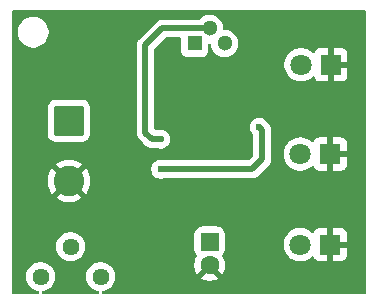
<source format=gbr>
%TF.GenerationSoftware,KiCad,Pcbnew,9.0.6*%
%TF.CreationDate,2025-11-19T16:31:39+08:00*%
%TF.ProjectId,LED-Dimmer,4c45442d-4469-46d6-9d65-722e6b696361,rev?*%
%TF.SameCoordinates,Original*%
%TF.FileFunction,Copper,L2,Bot*%
%TF.FilePolarity,Positive*%
%FSLAX46Y46*%
G04 Gerber Fmt 4.6, Leading zero omitted, Abs format (unit mm)*
G04 Created by KiCad (PCBNEW 9.0.6) date 2025-11-19 16:31:39*
%MOMM*%
%LPD*%
G01*
G04 APERTURE LIST*
G04 Aperture macros list*
%AMRoundRect*
0 Rectangle with rounded corners*
0 $1 Rounding radius*
0 $2 $3 $4 $5 $6 $7 $8 $9 X,Y pos of 4 corners*
0 Add a 4 corners polygon primitive as box body*
4,1,4,$2,$3,$4,$5,$6,$7,$8,$9,$2,$3,0*
0 Add four circle primitives for the rounded corners*
1,1,$1+$1,$2,$3*
1,1,$1+$1,$4,$5*
1,1,$1+$1,$6,$7*
1,1,$1+$1,$8,$9*
0 Add four rect primitives between the rounded corners*
20,1,$1+$1,$2,$3,$4,$5,0*
20,1,$1+$1,$4,$5,$6,$7,0*
20,1,$1+$1,$6,$7,$8,$9,0*
20,1,$1+$1,$8,$9,$2,$3,0*%
G04 Aperture macros list end*
%TA.AperFunction,ComponentPad*%
%ADD10R,1.800000X1.800000*%
%TD*%
%TA.AperFunction,ComponentPad*%
%ADD11C,1.800000*%
%TD*%
%TA.AperFunction,ComponentPad*%
%ADD12C,1.440000*%
%TD*%
%TA.AperFunction,ComponentPad*%
%ADD13RoundRect,0.250000X-1.050000X1.050000X-1.050000X-1.050000X1.050000X-1.050000X1.050000X1.050000X0*%
%TD*%
%TA.AperFunction,ComponentPad*%
%ADD14C,2.600000*%
%TD*%
%TA.AperFunction,ComponentPad*%
%ADD15R,1.300000X1.300000*%
%TD*%
%TA.AperFunction,ComponentPad*%
%ADD16C,1.300000*%
%TD*%
%TA.AperFunction,ComponentPad*%
%ADD17RoundRect,0.250000X-0.550000X0.550000X-0.550000X-0.550000X0.550000X-0.550000X0.550000X0.550000X0*%
%TD*%
%TA.AperFunction,ComponentPad*%
%ADD18C,1.600000*%
%TD*%
%TA.AperFunction,ViaPad*%
%ADD19C,0.600000*%
%TD*%
%TA.AperFunction,Conductor*%
%ADD20C,0.500000*%
%TD*%
G04 APERTURE END LIST*
D10*
%TO.P,D1,1,K*%
%TO.N,GND*%
X247500000Y-77050000D03*
D11*
%TO.P,D1,2,A*%
%TO.N,Net-(D1-A)*%
X244960000Y-77050000D03*
%TD*%
D10*
%TO.P,D3,1,K*%
%TO.N,GND*%
X247450000Y-92280000D03*
D11*
%TO.P,D3,2,A*%
%TO.N,Net-(D1-A)*%
X244910000Y-92280000D03*
%TD*%
D12*
%TO.P,RV1,1,1*%
%TO.N,Net-(U1-Q)*%
X222920000Y-95000000D03*
%TO.P,RV1,2,2*%
%TO.N,/TR*%
X225460000Y-92460000D03*
%TO.P,RV1,3,3*%
X228000000Y-95000000D03*
%TD*%
D13*
%TO.P,BT1,1,+*%
%TO.N,+9V*%
X225327500Y-81800000D03*
D14*
%TO.P,BT1,2,-*%
%TO.N,GND*%
X225327500Y-86880000D03*
%TD*%
D10*
%TO.P,D2,1,K*%
%TO.N,GND*%
X247450000Y-84610000D03*
D11*
%TO.P,D2,2,A*%
%TO.N,Net-(D1-A)*%
X244910000Y-84610000D03*
%TD*%
D15*
%TO.P,Q1,1,C*%
%TO.N,+9V*%
X235960000Y-75250000D03*
D16*
%TO.P,Q1,2,B*%
%TO.N,/TR*%
X237230000Y-73980000D03*
%TO.P,Q1,3,E*%
%TO.N,Net-(D1-A)*%
X238500000Y-75250000D03*
%TD*%
D17*
%TO.P,C1,1*%
%TO.N,/TR*%
X237230000Y-92044888D03*
D18*
%TO.P,C1,2*%
%TO.N,GND*%
X237230000Y-94044888D03*
%TD*%
D19*
%TO.N,GND*%
X225000000Y-95500000D03*
X243650000Y-80750000D03*
X233000000Y-88750000D03*
X238500000Y-78500000D03*
%TO.N,+9V*%
X233100000Y-85900000D03*
X241425000Y-82325000D03*
%TO.N,/TR*%
X233100000Y-83350000D03*
%TD*%
D20*
%TO.N,+9V*%
X241425000Y-82325000D02*
X241700000Y-82600000D01*
X240850000Y-85900000D02*
X233100000Y-85900000D01*
X241700000Y-85050000D02*
X240850000Y-85900000D01*
X241700000Y-82600000D02*
X241700000Y-85050000D01*
%TO.N,/TR*%
X233100000Y-83350000D02*
X232350000Y-83350000D01*
X232350000Y-83350000D02*
X231800000Y-82800000D01*
X231800000Y-82800000D02*
X231800000Y-75400000D01*
X231800000Y-75400000D02*
X233220000Y-73980000D01*
X233220000Y-73980000D02*
X237230000Y-73980000D01*
%TD*%
%TA.AperFunction,Conductor*%
%TO.N,GND*%
G36*
X250442539Y-72470185D02*
G01*
X250488294Y-72522989D01*
X250499500Y-72574500D01*
X250499500Y-96325500D01*
X250479815Y-96392539D01*
X250427011Y-96438294D01*
X250375500Y-96449500D01*
X228225773Y-96449500D01*
X228158734Y-96429815D01*
X228112979Y-96377011D01*
X228103035Y-96307853D01*
X228132060Y-96244297D01*
X228190838Y-96206523D01*
X228206375Y-96203027D01*
X228213237Y-96201940D01*
X228285801Y-96190447D01*
X228468509Y-96131082D01*
X228639681Y-96043865D01*
X228795102Y-95930945D01*
X228930945Y-95795102D01*
X229043865Y-95639681D01*
X229131082Y-95468509D01*
X229190447Y-95285801D01*
X229220500Y-95096055D01*
X229220500Y-94903945D01*
X229190447Y-94714199D01*
X229131082Y-94531491D01*
X229043865Y-94360319D01*
X228930945Y-94204898D01*
X228795102Y-94069055D01*
X228639681Y-93956135D01*
X228583072Y-93927291D01*
X228468506Y-93868916D01*
X228285802Y-93809553D01*
X228190928Y-93794526D01*
X228096055Y-93779500D01*
X227903945Y-93779500D01*
X227840696Y-93789517D01*
X227714197Y-93809553D01*
X227531493Y-93868916D01*
X227360318Y-93956135D01*
X227271645Y-94020560D01*
X227204898Y-94069055D01*
X227204896Y-94069057D01*
X227204895Y-94069057D01*
X227069057Y-94204895D01*
X227069057Y-94204896D01*
X227069055Y-94204898D01*
X227020560Y-94271645D01*
X226956135Y-94360318D01*
X226868916Y-94531493D01*
X226809553Y-94714197D01*
X226779500Y-94903945D01*
X226779500Y-95096055D01*
X226789113Y-95156747D01*
X226809553Y-95285802D01*
X226868916Y-95468506D01*
X226868918Y-95468509D01*
X226956135Y-95639681D01*
X227069055Y-95795102D01*
X227204898Y-95930945D01*
X227360319Y-96043865D01*
X227531491Y-96131082D01*
X227531493Y-96131083D01*
X227622845Y-96160764D01*
X227714199Y-96190447D01*
X227785337Y-96201714D01*
X227793625Y-96203027D01*
X227856760Y-96232956D01*
X227893691Y-96292268D01*
X227892693Y-96362130D01*
X227854083Y-96420363D01*
X227790120Y-96448477D01*
X227774227Y-96449500D01*
X223145773Y-96449500D01*
X223078734Y-96429815D01*
X223032979Y-96377011D01*
X223023035Y-96307853D01*
X223052060Y-96244297D01*
X223110838Y-96206523D01*
X223126375Y-96203027D01*
X223133237Y-96201940D01*
X223205801Y-96190447D01*
X223388509Y-96131082D01*
X223559681Y-96043865D01*
X223715102Y-95930945D01*
X223850945Y-95795102D01*
X223963865Y-95639681D01*
X224051082Y-95468509D01*
X224110447Y-95285801D01*
X224140500Y-95096055D01*
X224140500Y-94903945D01*
X224110447Y-94714199D01*
X224051082Y-94531491D01*
X223963865Y-94360319D01*
X223850945Y-94204898D01*
X223715102Y-94069055D01*
X223559681Y-93956135D01*
X223503072Y-93927291D01*
X223388506Y-93868916D01*
X223205802Y-93809553D01*
X223110928Y-93794526D01*
X223016055Y-93779500D01*
X222823945Y-93779500D01*
X222760696Y-93789517D01*
X222634197Y-93809553D01*
X222451493Y-93868916D01*
X222280318Y-93956135D01*
X222191645Y-94020560D01*
X222124898Y-94069055D01*
X222124896Y-94069057D01*
X222124895Y-94069057D01*
X221989057Y-94204895D01*
X221989057Y-94204896D01*
X221989055Y-94204898D01*
X221940560Y-94271645D01*
X221876135Y-94360318D01*
X221788916Y-94531493D01*
X221729553Y-94714197D01*
X221699500Y-94903945D01*
X221699500Y-95096055D01*
X221709113Y-95156747D01*
X221729553Y-95285802D01*
X221788916Y-95468506D01*
X221788918Y-95468509D01*
X221876135Y-95639681D01*
X221989055Y-95795102D01*
X222124898Y-95930945D01*
X222280319Y-96043865D01*
X222451491Y-96131082D01*
X222451493Y-96131083D01*
X222542845Y-96160764D01*
X222634199Y-96190447D01*
X222705337Y-96201714D01*
X222713625Y-96203027D01*
X222776760Y-96232956D01*
X222813691Y-96292268D01*
X222812693Y-96362130D01*
X222774083Y-96420363D01*
X222710120Y-96448477D01*
X222694227Y-96449500D01*
X220624500Y-96449500D01*
X220557461Y-96429815D01*
X220511706Y-96377011D01*
X220500500Y-96325500D01*
X220500500Y-92363945D01*
X224239500Y-92363945D01*
X224239500Y-92556054D01*
X224269553Y-92745802D01*
X224328916Y-92928506D01*
X224328918Y-92928509D01*
X224416135Y-93099681D01*
X224529055Y-93255102D01*
X224664898Y-93390945D01*
X224820319Y-93503865D01*
X224965610Y-93577895D01*
X224991493Y-93591083D01*
X225082845Y-93620764D01*
X225174199Y-93650447D01*
X225363945Y-93680500D01*
X225363946Y-93680500D01*
X225556054Y-93680500D01*
X225556055Y-93680500D01*
X225745801Y-93650447D01*
X225928509Y-93591082D01*
X226099681Y-93503865D01*
X226255102Y-93390945D01*
X226390945Y-93255102D01*
X226503865Y-93099681D01*
X226591082Y-92928509D01*
X226650447Y-92745801D01*
X226680500Y-92556055D01*
X226680500Y-92363945D01*
X226650447Y-92174199D01*
X226591082Y-91991491D01*
X226503865Y-91820319D01*
X226390945Y-91664898D01*
X226255102Y-91529055D01*
X226139233Y-91444871D01*
X235929500Y-91444871D01*
X235929500Y-92644889D01*
X235929501Y-92644906D01*
X235940000Y-92747684D01*
X235940001Y-92747687D01*
X235995185Y-92914219D01*
X235995187Y-92914224D01*
X236087289Y-93063545D01*
X236156510Y-93132766D01*
X236189995Y-93194089D01*
X236185011Y-93263781D01*
X236169148Y-93293332D01*
X236118139Y-93363539D01*
X236025244Y-93545856D01*
X235962009Y-93740470D01*
X235930000Y-93942570D01*
X235930000Y-94147205D01*
X235962009Y-94349305D01*
X236025244Y-94543919D01*
X236118141Y-94726238D01*
X236118147Y-94726247D01*
X236150523Y-94770809D01*
X236150524Y-94770810D01*
X236830000Y-94091334D01*
X236830000Y-94097549D01*
X236857259Y-94199282D01*
X236909920Y-94290494D01*
X236984394Y-94364968D01*
X237075606Y-94417629D01*
X237177339Y-94444888D01*
X237183553Y-94444888D01*
X236504076Y-95124362D01*
X236548650Y-95156747D01*
X236730968Y-95249643D01*
X236925582Y-95312878D01*
X237127683Y-95344888D01*
X237332317Y-95344888D01*
X237534417Y-95312878D01*
X237729031Y-95249643D01*
X237911349Y-95156747D01*
X237955921Y-95124362D01*
X237276447Y-94444888D01*
X237282661Y-94444888D01*
X237384394Y-94417629D01*
X237475606Y-94364968D01*
X237550080Y-94290494D01*
X237602741Y-94199282D01*
X237630000Y-94097549D01*
X237630000Y-94091335D01*
X238309474Y-94770809D01*
X238341859Y-94726237D01*
X238434755Y-94543919D01*
X238497990Y-94349305D01*
X238530000Y-94147205D01*
X238530000Y-93942570D01*
X238497990Y-93740470D01*
X238434755Y-93545856D01*
X238341857Y-93363534D01*
X238290853Y-93293334D01*
X238267372Y-93227528D01*
X238283197Y-93159474D01*
X238303489Y-93132767D01*
X238336575Y-93099681D01*
X238372712Y-93063544D01*
X238464814Y-92914222D01*
X238519999Y-92747685D01*
X238530500Y-92644897D01*
X238530499Y-92169778D01*
X243509500Y-92169778D01*
X243509500Y-92390221D01*
X243543985Y-92607952D01*
X243612103Y-92817603D01*
X243612104Y-92817606D01*
X243712187Y-93014025D01*
X243841752Y-93192358D01*
X243841756Y-93192363D01*
X243997636Y-93348243D01*
X243997641Y-93348247D01*
X244153192Y-93461260D01*
X244175978Y-93477815D01*
X244292501Y-93537187D01*
X244372393Y-93577895D01*
X244372396Y-93577896D01*
X244477221Y-93611955D01*
X244582049Y-93646015D01*
X244799778Y-93680500D01*
X244799779Y-93680500D01*
X245020221Y-93680500D01*
X245020222Y-93680500D01*
X245237951Y-93646015D01*
X245447606Y-93577895D01*
X245644022Y-93477815D01*
X245822365Y-93348242D01*
X245872924Y-93297682D01*
X245934245Y-93264198D01*
X246003936Y-93269182D01*
X246059870Y-93311053D01*
X246076786Y-93342030D01*
X246106646Y-93422087D01*
X246106649Y-93422093D01*
X246192809Y-93537187D01*
X246192812Y-93537190D01*
X246307906Y-93623350D01*
X246307913Y-93623354D01*
X246442620Y-93673596D01*
X246442627Y-93673598D01*
X246502155Y-93679999D01*
X246502172Y-93680000D01*
X247200000Y-93680000D01*
X247200000Y-92655277D01*
X247276306Y-92699333D01*
X247390756Y-92730000D01*
X247509244Y-92730000D01*
X247623694Y-92699333D01*
X247700000Y-92655277D01*
X247700000Y-93680000D01*
X248397828Y-93680000D01*
X248397844Y-93679999D01*
X248457372Y-93673598D01*
X248457379Y-93673596D01*
X248592086Y-93623354D01*
X248592093Y-93623350D01*
X248707187Y-93537190D01*
X248707190Y-93537187D01*
X248793350Y-93422093D01*
X248793354Y-93422086D01*
X248843596Y-93287379D01*
X248843598Y-93287372D01*
X248849999Y-93227844D01*
X248850000Y-93227827D01*
X248850000Y-92530000D01*
X247825278Y-92530000D01*
X247869333Y-92453694D01*
X247900000Y-92339244D01*
X247900000Y-92220756D01*
X247869333Y-92106306D01*
X247825278Y-92030000D01*
X248850000Y-92030000D01*
X248850000Y-91332172D01*
X248849999Y-91332155D01*
X248843598Y-91272627D01*
X248843596Y-91272620D01*
X248793354Y-91137913D01*
X248793350Y-91137906D01*
X248707190Y-91022812D01*
X248707187Y-91022809D01*
X248592093Y-90936649D01*
X248592086Y-90936645D01*
X248457379Y-90886403D01*
X248457372Y-90886401D01*
X248397844Y-90880000D01*
X247700000Y-90880000D01*
X247700000Y-91904722D01*
X247623694Y-91860667D01*
X247509244Y-91830000D01*
X247390756Y-91830000D01*
X247276306Y-91860667D01*
X247200000Y-91904722D01*
X247200000Y-90880000D01*
X246502155Y-90880000D01*
X246442627Y-90886401D01*
X246442620Y-90886403D01*
X246307913Y-90936645D01*
X246307906Y-90936649D01*
X246192812Y-91022809D01*
X246192809Y-91022812D01*
X246106649Y-91137906D01*
X246106643Y-91137918D01*
X246076785Y-91217969D01*
X246034914Y-91273903D01*
X245969449Y-91298319D01*
X245901176Y-91283467D01*
X245872923Y-91262316D01*
X245822363Y-91211756D01*
X245822358Y-91211752D01*
X245644025Y-91082187D01*
X245644024Y-91082186D01*
X245644022Y-91082185D01*
X245581096Y-91050122D01*
X245447606Y-90982104D01*
X245447603Y-90982103D01*
X245237952Y-90913985D01*
X245129086Y-90896742D01*
X245020222Y-90879500D01*
X244799778Y-90879500D01*
X244727201Y-90890995D01*
X244582047Y-90913985D01*
X244372396Y-90982103D01*
X244372393Y-90982104D01*
X244175974Y-91082187D01*
X243997641Y-91211752D01*
X243997636Y-91211756D01*
X243841756Y-91367636D01*
X243841752Y-91367641D01*
X243712187Y-91545974D01*
X243612104Y-91742393D01*
X243612103Y-91742396D01*
X243543985Y-91952047D01*
X243509500Y-92169778D01*
X238530499Y-92169778D01*
X238530499Y-92030000D01*
X238530499Y-91444886D01*
X238530498Y-91444869D01*
X238519999Y-91342091D01*
X238519998Y-91342088D01*
X238516712Y-91332172D01*
X238464814Y-91175554D01*
X238372712Y-91026232D01*
X238248656Y-90902176D01*
X238099334Y-90810074D01*
X237932797Y-90754889D01*
X237932795Y-90754888D01*
X237830010Y-90744388D01*
X236629998Y-90744388D01*
X236629981Y-90744389D01*
X236527203Y-90754888D01*
X236527200Y-90754889D01*
X236360668Y-90810073D01*
X236360663Y-90810075D01*
X236211342Y-90902177D01*
X236087289Y-91026230D01*
X235995187Y-91175551D01*
X235995186Y-91175554D01*
X235940001Y-91342091D01*
X235940001Y-91342092D01*
X235940000Y-91342092D01*
X235929500Y-91444871D01*
X226139233Y-91444871D01*
X226099681Y-91416135D01*
X226004495Y-91367635D01*
X225928506Y-91328916D01*
X225745802Y-91269553D01*
X225650928Y-91254526D01*
X225556055Y-91239500D01*
X225363945Y-91239500D01*
X225300696Y-91249517D01*
X225174197Y-91269553D01*
X224991493Y-91328916D01*
X224820318Y-91416135D01*
X224731645Y-91480560D01*
X224664898Y-91529055D01*
X224664896Y-91529057D01*
X224664895Y-91529057D01*
X224529057Y-91664895D01*
X224529057Y-91664896D01*
X224529055Y-91664898D01*
X224480560Y-91731645D01*
X224416135Y-91820318D01*
X224328916Y-91991493D01*
X224269553Y-92174197D01*
X224239500Y-92363945D01*
X220500500Y-92363945D01*
X220500500Y-86762014D01*
X223527500Y-86762014D01*
X223527500Y-86997985D01*
X223558299Y-87231914D01*
X223619370Y-87459837D01*
X223709660Y-87677819D01*
X223709665Y-87677828D01*
X223827644Y-87882171D01*
X223827645Y-87882172D01*
X223890221Y-87963723D01*
X224726458Y-87127487D01*
X224751478Y-87187890D01*
X224822612Y-87294351D01*
X224913149Y-87384888D01*
X225019610Y-87456022D01*
X225080011Y-87481041D01*
X224243775Y-88317277D01*
X224325327Y-88379854D01*
X224325328Y-88379855D01*
X224529671Y-88497834D01*
X224529680Y-88497839D01*
X224747663Y-88588129D01*
X224747661Y-88588129D01*
X224975585Y-88649200D01*
X225209514Y-88679999D01*
X225209529Y-88680000D01*
X225445471Y-88680000D01*
X225445485Y-88679999D01*
X225679414Y-88649200D01*
X225907337Y-88588129D01*
X226125319Y-88497839D01*
X226125328Y-88497834D01*
X226329681Y-88379850D01*
X226411223Y-88317279D01*
X226411223Y-88317276D01*
X225574987Y-87481041D01*
X225635390Y-87456022D01*
X225741851Y-87384888D01*
X225832388Y-87294351D01*
X225903522Y-87187890D01*
X225928541Y-87127488D01*
X226764776Y-87963723D01*
X226764779Y-87963723D01*
X226827350Y-87882181D01*
X226945334Y-87677828D01*
X226945339Y-87677819D01*
X227035629Y-87459837D01*
X227096700Y-87231914D01*
X227127499Y-86997985D01*
X227127500Y-86997971D01*
X227127500Y-86762028D01*
X227127499Y-86762014D01*
X227096700Y-86528085D01*
X227035629Y-86300162D01*
X226945339Y-86082180D01*
X226945334Y-86082171D01*
X226827355Y-85877828D01*
X226827354Y-85877827D01*
X226783867Y-85821153D01*
X232299500Y-85821153D01*
X232299500Y-85978846D01*
X232330261Y-86133489D01*
X232330264Y-86133501D01*
X232390602Y-86279172D01*
X232390609Y-86279185D01*
X232478210Y-86410288D01*
X232478213Y-86410292D01*
X232589707Y-86521786D01*
X232589711Y-86521789D01*
X232720814Y-86609390D01*
X232720827Y-86609397D01*
X232820060Y-86650500D01*
X232866503Y-86669737D01*
X233021153Y-86700499D01*
X233021156Y-86700500D01*
X233021158Y-86700500D01*
X233178844Y-86700500D01*
X233178845Y-86700499D01*
X233255152Y-86685320D01*
X233333488Y-86669739D01*
X233333489Y-86669738D01*
X233333497Y-86669737D01*
X233357155Y-86659937D01*
X233404604Y-86650500D01*
X240923920Y-86650500D01*
X241021462Y-86631096D01*
X241068913Y-86621658D01*
X241205495Y-86565084D01*
X241270291Y-86521789D01*
X241270294Y-86521786D01*
X241270296Y-86521786D01*
X241299547Y-86502240D01*
X241328416Y-86482952D01*
X242282952Y-85528415D01*
X242333795Y-85452322D01*
X242365084Y-85405495D01*
X242399033Y-85323535D01*
X242421659Y-85268912D01*
X242450500Y-85123917D01*
X242450500Y-84976082D01*
X242450500Y-84499778D01*
X243509500Y-84499778D01*
X243509500Y-84720222D01*
X243519553Y-84783694D01*
X243543985Y-84937952D01*
X243612103Y-85147603D01*
X243612104Y-85147606D01*
X243634016Y-85190609D01*
X243701746Y-85323535D01*
X243712187Y-85344025D01*
X243841752Y-85522358D01*
X243841756Y-85522363D01*
X243997636Y-85678243D01*
X243997641Y-85678247D01*
X244153192Y-85791260D01*
X244175978Y-85807815D01*
X244292501Y-85867187D01*
X244372393Y-85907895D01*
X244372396Y-85907896D01*
X244477221Y-85941955D01*
X244582049Y-85976015D01*
X244799778Y-86010500D01*
X244799779Y-86010500D01*
X245020221Y-86010500D01*
X245020222Y-86010500D01*
X245237951Y-85976015D01*
X245447606Y-85907895D01*
X245644022Y-85807815D01*
X245822365Y-85678242D01*
X245872924Y-85627682D01*
X245934245Y-85594198D01*
X246003936Y-85599182D01*
X246059870Y-85641053D01*
X246076786Y-85672030D01*
X246106646Y-85752087D01*
X246106649Y-85752093D01*
X246192809Y-85867187D01*
X246192812Y-85867190D01*
X246307906Y-85953350D01*
X246307913Y-85953354D01*
X246442620Y-86003596D01*
X246442627Y-86003598D01*
X246502155Y-86009999D01*
X246502172Y-86010000D01*
X247200000Y-86010000D01*
X247200000Y-84985277D01*
X247276306Y-85029333D01*
X247390756Y-85060000D01*
X247509244Y-85060000D01*
X247623694Y-85029333D01*
X247700000Y-84985277D01*
X247700000Y-86010000D01*
X248397828Y-86010000D01*
X248397844Y-86009999D01*
X248457372Y-86003598D01*
X248457379Y-86003596D01*
X248592086Y-85953354D01*
X248592093Y-85953350D01*
X248707187Y-85867190D01*
X248707190Y-85867187D01*
X248793350Y-85752093D01*
X248793354Y-85752086D01*
X248843596Y-85617379D01*
X248843598Y-85617372D01*
X248849999Y-85557844D01*
X248850000Y-85557827D01*
X248850000Y-84860000D01*
X247825278Y-84860000D01*
X247869333Y-84783694D01*
X247900000Y-84669244D01*
X247900000Y-84550756D01*
X247869333Y-84436306D01*
X247825278Y-84360000D01*
X248850000Y-84360000D01*
X248850000Y-83662172D01*
X248849999Y-83662155D01*
X248843598Y-83602627D01*
X248843596Y-83602620D01*
X248793354Y-83467913D01*
X248793350Y-83467906D01*
X248707190Y-83352812D01*
X248707187Y-83352809D01*
X248592093Y-83266649D01*
X248592086Y-83266645D01*
X248457379Y-83216403D01*
X248457372Y-83216401D01*
X248397844Y-83210000D01*
X247700000Y-83210000D01*
X247700000Y-84234722D01*
X247623694Y-84190667D01*
X247509244Y-84160000D01*
X247390756Y-84160000D01*
X247276306Y-84190667D01*
X247200000Y-84234722D01*
X247200000Y-83210000D01*
X246502155Y-83210000D01*
X246442627Y-83216401D01*
X246442620Y-83216403D01*
X246307913Y-83266645D01*
X246307906Y-83266649D01*
X246192812Y-83352809D01*
X246192809Y-83352812D01*
X246106649Y-83467906D01*
X246106643Y-83467918D01*
X246076785Y-83547969D01*
X246034914Y-83603903D01*
X245969449Y-83628319D01*
X245901176Y-83613467D01*
X245872923Y-83592316D01*
X245822363Y-83541756D01*
X245822358Y-83541752D01*
X245644025Y-83412187D01*
X245644024Y-83412186D01*
X245644022Y-83412185D01*
X245581096Y-83380122D01*
X245447606Y-83312104D01*
X245447603Y-83312103D01*
X245237952Y-83243985D01*
X245129086Y-83226742D01*
X245020222Y-83209500D01*
X244799778Y-83209500D01*
X244727201Y-83220995D01*
X244582047Y-83243985D01*
X244372396Y-83312103D01*
X244372393Y-83312104D01*
X244175974Y-83412187D01*
X243997641Y-83541752D01*
X243997636Y-83541756D01*
X243841756Y-83697636D01*
X243841752Y-83697641D01*
X243712187Y-83875974D01*
X243612104Y-84072393D01*
X243612103Y-84072396D01*
X243543985Y-84282047D01*
X243543985Y-84282049D01*
X243509500Y-84499778D01*
X242450500Y-84499778D01*
X242450500Y-82526082D01*
X242434273Y-82444506D01*
X242421659Y-82381088D01*
X242371888Y-82260931D01*
X242370256Y-82256991D01*
X242370254Y-82256985D01*
X242365086Y-82244509D01*
X242365085Y-82244507D01*
X242332186Y-82195270D01*
X242332185Y-82195268D01*
X242282956Y-82121589D01*
X242282952Y-82121584D01*
X242171071Y-82009703D01*
X242144191Y-81969475D01*
X242134394Y-81945821D01*
X242134389Y-81945814D01*
X242046789Y-81814710D01*
X241935292Y-81703213D01*
X241935288Y-81703210D01*
X241804185Y-81615609D01*
X241804172Y-81615602D01*
X241658501Y-81555264D01*
X241658489Y-81555261D01*
X241503845Y-81524500D01*
X241503842Y-81524500D01*
X241346158Y-81524500D01*
X241346155Y-81524500D01*
X241191510Y-81555261D01*
X241191498Y-81555264D01*
X241045827Y-81615602D01*
X241045814Y-81615609D01*
X240914711Y-81703210D01*
X240914707Y-81703213D01*
X240803213Y-81814707D01*
X240803210Y-81814711D01*
X240715609Y-81945814D01*
X240715602Y-81945827D01*
X240655264Y-82091498D01*
X240655262Y-82091506D01*
X240624500Y-82246153D01*
X240624500Y-82403846D01*
X240655261Y-82558489D01*
X240655264Y-82558501D01*
X240715602Y-82704172D01*
X240715609Y-82704185D01*
X240803210Y-82835288D01*
X240803213Y-82835292D01*
X240913181Y-82945260D01*
X240946666Y-83006583D01*
X240949500Y-83032941D01*
X240949500Y-84687770D01*
X240929815Y-84754809D01*
X240913181Y-84775451D01*
X240575451Y-85113181D01*
X240514128Y-85146666D01*
X240487770Y-85149500D01*
X233404604Y-85149500D01*
X233357155Y-85140062D01*
X233333497Y-85130263D01*
X233333493Y-85130262D01*
X233333488Y-85130260D01*
X233178845Y-85099500D01*
X233178842Y-85099500D01*
X233021158Y-85099500D01*
X233021155Y-85099500D01*
X232866510Y-85130261D01*
X232866498Y-85130264D01*
X232720827Y-85190602D01*
X232720814Y-85190609D01*
X232589711Y-85278210D01*
X232589707Y-85278213D01*
X232478213Y-85389707D01*
X232478210Y-85389711D01*
X232390609Y-85520814D01*
X232390602Y-85520827D01*
X232330264Y-85666498D01*
X232330261Y-85666510D01*
X232299500Y-85821153D01*
X226783867Y-85821153D01*
X226764777Y-85796275D01*
X225928541Y-86632511D01*
X225903522Y-86572110D01*
X225832388Y-86465649D01*
X225741851Y-86375112D01*
X225635390Y-86303978D01*
X225574988Y-86278958D01*
X226411223Y-85442721D01*
X226329672Y-85380145D01*
X226329671Y-85380144D01*
X226125328Y-85262165D01*
X226125319Y-85262160D01*
X225907336Y-85171870D01*
X225907338Y-85171870D01*
X225679414Y-85110799D01*
X225445485Y-85080000D01*
X225209514Y-85080000D01*
X224975585Y-85110799D01*
X224747662Y-85171870D01*
X224529680Y-85262160D01*
X224529671Y-85262165D01*
X224325328Y-85380144D01*
X224325318Y-85380150D01*
X224243775Y-85442720D01*
X224243775Y-85442721D01*
X225080012Y-86278958D01*
X225019610Y-86303978D01*
X224913149Y-86375112D01*
X224822612Y-86465649D01*
X224751478Y-86572110D01*
X224726458Y-86632512D01*
X223890221Y-85796275D01*
X223890220Y-85796275D01*
X223827650Y-85877818D01*
X223827644Y-85877828D01*
X223709665Y-86082171D01*
X223709660Y-86082180D01*
X223619370Y-86300162D01*
X223558299Y-86528085D01*
X223527500Y-86762014D01*
X220500500Y-86762014D01*
X220500500Y-80699983D01*
X223527000Y-80699983D01*
X223527000Y-82900001D01*
X223527001Y-82900018D01*
X223537500Y-83002796D01*
X223537501Y-83002799D01*
X223588099Y-83155491D01*
X223592686Y-83169334D01*
X223684788Y-83318656D01*
X223808844Y-83442712D01*
X223958166Y-83534814D01*
X224124703Y-83589999D01*
X224227491Y-83600500D01*
X226427508Y-83600499D01*
X226530297Y-83589999D01*
X226696834Y-83534814D01*
X226846156Y-83442712D01*
X226970212Y-83318656D01*
X227062314Y-83169334D01*
X227117499Y-83002797D01*
X227128000Y-82900009D01*
X227128000Y-82873920D01*
X231049499Y-82873920D01*
X231078340Y-83018907D01*
X231078343Y-83018917D01*
X231134913Y-83155490D01*
X231134914Y-83155491D01*
X231134916Y-83155495D01*
X231144161Y-83169331D01*
X231144162Y-83169332D01*
X231144163Y-83169335D01*
X231217046Y-83278414D01*
X231217052Y-83278421D01*
X231636268Y-83697635D01*
X231767048Y-83828415D01*
X231767049Y-83828416D01*
X231871584Y-83932951D01*
X231871585Y-83932952D01*
X231994498Y-84015080D01*
X231994511Y-84015087D01*
X232101469Y-84059390D01*
X232131087Y-84071658D01*
X232131091Y-84071658D01*
X232131092Y-84071659D01*
X232276079Y-84100500D01*
X232276082Y-84100500D01*
X232795396Y-84100500D01*
X232842844Y-84109937D01*
X232866503Y-84119737D01*
X232866508Y-84119738D01*
X232866511Y-84119739D01*
X233021153Y-84150499D01*
X233021156Y-84150500D01*
X233021158Y-84150500D01*
X233178844Y-84150500D01*
X233178845Y-84150499D01*
X233333497Y-84119737D01*
X233479179Y-84059394D01*
X233610289Y-83971789D01*
X233721789Y-83860289D01*
X233809394Y-83729179D01*
X233869737Y-83583497D01*
X233900500Y-83428842D01*
X233900500Y-83271158D01*
X233900500Y-83271155D01*
X233900499Y-83271153D01*
X233869738Y-83116510D01*
X233869737Y-83116503D01*
X233829316Y-83018917D01*
X233809397Y-82970827D01*
X233809390Y-82970814D01*
X233721789Y-82839711D01*
X233721786Y-82839707D01*
X233610292Y-82728213D01*
X233610288Y-82728210D01*
X233479185Y-82640609D01*
X233479172Y-82640602D01*
X233333501Y-82580264D01*
X233333489Y-82580261D01*
X233178845Y-82549500D01*
X233178842Y-82549500D01*
X233021158Y-82549500D01*
X233021155Y-82549500D01*
X232866511Y-82580260D01*
X232866506Y-82580262D01*
X232866504Y-82580262D01*
X232866503Y-82580263D01*
X232842844Y-82590062D01*
X232834670Y-82591688D01*
X232830331Y-82594477D01*
X232795396Y-82599500D01*
X232712230Y-82599500D01*
X232645191Y-82579815D01*
X232624548Y-82563180D01*
X232586818Y-82525449D01*
X232553333Y-82464125D01*
X232550500Y-82437769D01*
X232550500Y-76939778D01*
X243559500Y-76939778D01*
X243559500Y-77160221D01*
X243593985Y-77377952D01*
X243662103Y-77587603D01*
X243662104Y-77587606D01*
X243762187Y-77784025D01*
X243891752Y-77962358D01*
X243891756Y-77962363D01*
X244047636Y-78118243D01*
X244047641Y-78118247D01*
X244203192Y-78231260D01*
X244225978Y-78247815D01*
X244342501Y-78307187D01*
X244422393Y-78347895D01*
X244422396Y-78347896D01*
X244527221Y-78381955D01*
X244632049Y-78416015D01*
X244849778Y-78450500D01*
X244849779Y-78450500D01*
X245070221Y-78450500D01*
X245070222Y-78450500D01*
X245287951Y-78416015D01*
X245497606Y-78347895D01*
X245694022Y-78247815D01*
X245872365Y-78118242D01*
X245922924Y-78067682D01*
X245984245Y-78034198D01*
X246053936Y-78039182D01*
X246109870Y-78081053D01*
X246126786Y-78112030D01*
X246156646Y-78192087D01*
X246156649Y-78192093D01*
X246242809Y-78307187D01*
X246242812Y-78307190D01*
X246357906Y-78393350D01*
X246357913Y-78393354D01*
X246492620Y-78443596D01*
X246492627Y-78443598D01*
X246552155Y-78449999D01*
X246552172Y-78450000D01*
X247250000Y-78450000D01*
X247250000Y-77425277D01*
X247326306Y-77469333D01*
X247440756Y-77500000D01*
X247559244Y-77500000D01*
X247673694Y-77469333D01*
X247750000Y-77425277D01*
X247750000Y-78450000D01*
X248447828Y-78450000D01*
X248447844Y-78449999D01*
X248507372Y-78443598D01*
X248507379Y-78443596D01*
X248642086Y-78393354D01*
X248642093Y-78393350D01*
X248757187Y-78307190D01*
X248757190Y-78307187D01*
X248843350Y-78192093D01*
X248843354Y-78192086D01*
X248893596Y-78057379D01*
X248893598Y-78057372D01*
X248899999Y-77997844D01*
X248900000Y-77997827D01*
X248900000Y-77300000D01*
X247875278Y-77300000D01*
X247919333Y-77223694D01*
X247950000Y-77109244D01*
X247950000Y-76990756D01*
X247919333Y-76876306D01*
X247875278Y-76800000D01*
X248900000Y-76800000D01*
X248900000Y-76102172D01*
X248899999Y-76102155D01*
X248893598Y-76042627D01*
X248893596Y-76042620D01*
X248843354Y-75907913D01*
X248843350Y-75907906D01*
X248757190Y-75792812D01*
X248757187Y-75792809D01*
X248642093Y-75706649D01*
X248642086Y-75706645D01*
X248507379Y-75656403D01*
X248507372Y-75656401D01*
X248447844Y-75650000D01*
X247750000Y-75650000D01*
X247750000Y-76674722D01*
X247673694Y-76630667D01*
X247559244Y-76600000D01*
X247440756Y-76600000D01*
X247326306Y-76630667D01*
X247250000Y-76674722D01*
X247250000Y-75650000D01*
X246552155Y-75650000D01*
X246492627Y-75656401D01*
X246492620Y-75656403D01*
X246357913Y-75706645D01*
X246357906Y-75706649D01*
X246242812Y-75792809D01*
X246242809Y-75792812D01*
X246156649Y-75907906D01*
X246156643Y-75907918D01*
X246126785Y-75987969D01*
X246084914Y-76043903D01*
X246019449Y-76068319D01*
X245951176Y-76053467D01*
X245922923Y-76032316D01*
X245872363Y-75981756D01*
X245872358Y-75981752D01*
X245694025Y-75852187D01*
X245694024Y-75852186D01*
X245694022Y-75852185D01*
X245631096Y-75820122D01*
X245497606Y-75752104D01*
X245497603Y-75752103D01*
X245287952Y-75683985D01*
X245179086Y-75666742D01*
X245070222Y-75649500D01*
X244849778Y-75649500D01*
X244777201Y-75660995D01*
X244632047Y-75683985D01*
X244422396Y-75752103D01*
X244422393Y-75752104D01*
X244225974Y-75852187D01*
X244047641Y-75981752D01*
X244047636Y-75981756D01*
X243891756Y-76137636D01*
X243891752Y-76137641D01*
X243762187Y-76315974D01*
X243662104Y-76512393D01*
X243662103Y-76512396D01*
X243593985Y-76722047D01*
X243559500Y-76939778D01*
X232550500Y-76939778D01*
X232550500Y-75762229D01*
X232570185Y-75695190D01*
X232586819Y-75674548D01*
X233494548Y-74766819D01*
X233555871Y-74733334D01*
X233582229Y-74730500D01*
X234685500Y-74730500D01*
X234752539Y-74750185D01*
X234798294Y-74802989D01*
X234809500Y-74854500D01*
X234809500Y-75947870D01*
X234809501Y-75947876D01*
X234815908Y-76007483D01*
X234866202Y-76142328D01*
X234866206Y-76142335D01*
X234952452Y-76257544D01*
X234952455Y-76257547D01*
X235067664Y-76343793D01*
X235067671Y-76343797D01*
X235202517Y-76394091D01*
X235202516Y-76394091D01*
X235209444Y-76394835D01*
X235262127Y-76400500D01*
X236657872Y-76400499D01*
X236717483Y-76394091D01*
X236852331Y-76343796D01*
X236967546Y-76257546D01*
X237053796Y-76142331D01*
X237104091Y-76007483D01*
X237110500Y-75947873D01*
X237110499Y-75407124D01*
X237130183Y-75340087D01*
X237182987Y-75294332D01*
X237252146Y-75284388D01*
X237315702Y-75313413D01*
X237353476Y-75372191D01*
X237356972Y-75387728D01*
X237377829Y-75519410D01*
X237433787Y-75691636D01*
X237433788Y-75691639D01*
X237516006Y-75852997D01*
X237622441Y-75999494D01*
X237622445Y-75999499D01*
X237750500Y-76127554D01*
X237750505Y-76127558D01*
X237878287Y-76220396D01*
X237897006Y-76233996D01*
X238002484Y-76287740D01*
X238058360Y-76316211D01*
X238058363Y-76316212D01*
X238143251Y-76343793D01*
X238230591Y-76372171D01*
X238313429Y-76385291D01*
X238409449Y-76400500D01*
X238409454Y-76400500D01*
X238590551Y-76400500D01*
X238677259Y-76386765D01*
X238769409Y-76372171D01*
X238941639Y-76316211D01*
X239102994Y-76233996D01*
X239249501Y-76127553D01*
X239377553Y-75999501D01*
X239483996Y-75852994D01*
X239566211Y-75691639D01*
X239622171Y-75519409D01*
X239636765Y-75427259D01*
X239650500Y-75340551D01*
X239650500Y-75159448D01*
X239632294Y-75044505D01*
X239622171Y-74980591D01*
X239566211Y-74808361D01*
X239566211Y-74808360D01*
X239536569Y-74750185D01*
X239483996Y-74647006D01*
X239470396Y-74628287D01*
X239377558Y-74500505D01*
X239377554Y-74500500D01*
X239249499Y-74372445D01*
X239249494Y-74372441D01*
X239102997Y-74266006D01*
X239102996Y-74266005D01*
X239102994Y-74266004D01*
X239051300Y-74239664D01*
X238941639Y-74183788D01*
X238941636Y-74183787D01*
X238769410Y-74127829D01*
X238590551Y-74099500D01*
X238590546Y-74099500D01*
X238504500Y-74099500D01*
X238437461Y-74079815D01*
X238391706Y-74027011D01*
X238380500Y-73975500D01*
X238380500Y-73889448D01*
X238364019Y-73785397D01*
X238352171Y-73710591D01*
X238296211Y-73538361D01*
X238296211Y-73538360D01*
X238252608Y-73452786D01*
X238213996Y-73377006D01*
X238200396Y-73358287D01*
X238107558Y-73230505D01*
X238107554Y-73230500D01*
X237979499Y-73102445D01*
X237979494Y-73102441D01*
X237832997Y-72996006D01*
X237832996Y-72996005D01*
X237832994Y-72996004D01*
X237781300Y-72969664D01*
X237671639Y-72913788D01*
X237671636Y-72913787D01*
X237499410Y-72857829D01*
X237320551Y-72829500D01*
X237320546Y-72829500D01*
X237139454Y-72829500D01*
X237139449Y-72829500D01*
X236960589Y-72857829D01*
X236788363Y-72913787D01*
X236788360Y-72913788D01*
X236627002Y-72996006D01*
X236480505Y-73102441D01*
X236480500Y-73102445D01*
X236389765Y-73193181D01*
X236328442Y-73226666D01*
X236302084Y-73229500D01*
X233146080Y-73229500D01*
X233001092Y-73258340D01*
X233001082Y-73258343D01*
X232864511Y-73314912D01*
X232864498Y-73314919D01*
X232741584Y-73397048D01*
X232741580Y-73397051D01*
X231217045Y-74921586D01*
X231196791Y-74951900D01*
X231188710Y-74963996D01*
X231177623Y-74980589D01*
X231134914Y-75044507D01*
X231078343Y-75181082D01*
X231078340Y-75181092D01*
X231049500Y-75326079D01*
X231049500Y-75326082D01*
X231049500Y-82873918D01*
X231049500Y-82873920D01*
X231049499Y-82873920D01*
X227128000Y-82873920D01*
X227127999Y-80699992D01*
X227117499Y-80597203D01*
X227062314Y-80430666D01*
X226970212Y-80281344D01*
X226846156Y-80157288D01*
X226696834Y-80065186D01*
X226530297Y-80010001D01*
X226530295Y-80010000D01*
X226427510Y-79999500D01*
X224227498Y-79999500D01*
X224227481Y-79999501D01*
X224124703Y-80010000D01*
X224124700Y-80010001D01*
X223958168Y-80065185D01*
X223958163Y-80065187D01*
X223808842Y-80157289D01*
X223684789Y-80281342D01*
X223592687Y-80430663D01*
X223592686Y-80430666D01*
X223537501Y-80597203D01*
X223537501Y-80597204D01*
X223537500Y-80597204D01*
X223527000Y-80699983D01*
X220500500Y-80699983D01*
X220500500Y-74197648D01*
X220999500Y-74197648D01*
X220999500Y-74402351D01*
X221031522Y-74604534D01*
X221094781Y-74799223D01*
X221122947Y-74854500D01*
X221178738Y-74963996D01*
X221187715Y-74981613D01*
X221308028Y-75147213D01*
X221452786Y-75291971D01*
X221563202Y-75372191D01*
X221618390Y-75412287D01*
X221734607Y-75471503D01*
X221800776Y-75505218D01*
X221800778Y-75505218D01*
X221800781Y-75505220D01*
X221905137Y-75539127D01*
X221995465Y-75568477D01*
X222096557Y-75584488D01*
X222197648Y-75600500D01*
X222197649Y-75600500D01*
X222402351Y-75600500D01*
X222402352Y-75600500D01*
X222604534Y-75568477D01*
X222799219Y-75505220D01*
X222981610Y-75412287D01*
X223100266Y-75326079D01*
X223147213Y-75291971D01*
X223147215Y-75291968D01*
X223147219Y-75291966D01*
X223291966Y-75147219D01*
X223291968Y-75147215D01*
X223291971Y-75147213D01*
X223366591Y-75044505D01*
X223412287Y-74981610D01*
X223505220Y-74799219D01*
X223568477Y-74604534D01*
X223600500Y-74402352D01*
X223600500Y-74197648D01*
X223568477Y-73995466D01*
X223505220Y-73800781D01*
X223505218Y-73800778D01*
X223505218Y-73800776D01*
X223459265Y-73710589D01*
X223412287Y-73618390D01*
X223404556Y-73607749D01*
X223291971Y-73452786D01*
X223147213Y-73308028D01*
X222981613Y-73187715D01*
X222981612Y-73187714D01*
X222981610Y-73187713D01*
X222924653Y-73158691D01*
X222799223Y-73094781D01*
X222604534Y-73031522D01*
X222429995Y-73003878D01*
X222402352Y-72999500D01*
X222197648Y-72999500D01*
X222173329Y-73003351D01*
X221995465Y-73031522D01*
X221800776Y-73094781D01*
X221618386Y-73187715D01*
X221452786Y-73308028D01*
X221308028Y-73452786D01*
X221187715Y-73618386D01*
X221094781Y-73800776D01*
X221031522Y-73995465D01*
X220999500Y-74197648D01*
X220500500Y-74197648D01*
X220500500Y-72574500D01*
X220520185Y-72507461D01*
X220572989Y-72461706D01*
X220624500Y-72450500D01*
X250375500Y-72450500D01*
X250442539Y-72470185D01*
G37*
%TD.AperFunction*%
%TD*%
M02*

</source>
